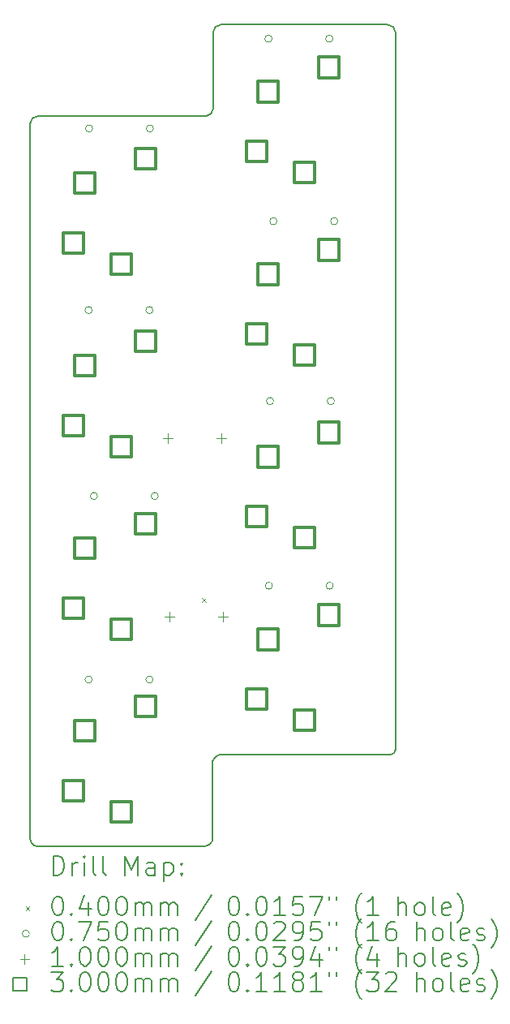
<source format=gbr>
%TF.GenerationSoftware,KiCad,Pcbnew,(7.0.0-0)*%
%TF.CreationDate,2023-02-26T21:11:12+09:00*%
%TF.ProjectId,pangaea-pcb-pinkey-k2-0.5ushift,70616e67-6165-4612-9d70-63622d70696e,rev?*%
%TF.SameCoordinates,Original*%
%TF.FileFunction,Drillmap*%
%TF.FilePolarity,Positive*%
%FSLAX45Y45*%
G04 Gerber Fmt 4.5, Leading zero omitted, Abs format (unit mm)*
G04 Created by KiCad (PCBNEW (7.0.0-0)) date 2023-02-26 21:11:12*
%MOMM*%
%LPD*%
G01*
G04 APERTURE LIST*
%ADD10C,0.150000*%
%ADD11C,0.200000*%
%ADD12C,0.040000*%
%ADD13C,0.075000*%
%ADD14C,0.100000*%
%ADD15C,0.300000*%
G04 APERTURE END LIST*
D10*
X5941003Y-9204816D02*
G75*
G03*
X5992008Y-9150891I-5003J55816D01*
G01*
X2178136Y-10079917D02*
G75*
G03*
X2254065Y-10159122I75454J-3663D01*
G01*
X2258677Y-2540164D02*
G75*
G03*
X2177411Y-2617538I-2011J-79251D01*
G01*
X4155359Y-9204375D02*
X5941003Y-9204816D01*
X4167126Y-1586751D02*
G75*
G03*
X4087751Y-1666126I4J-79379D01*
G01*
X5992008Y-1666967D02*
X5992008Y-9150891D01*
X4014516Y-2541002D02*
G75*
G03*
X4088000Y-2461000I-6796J79992D01*
G01*
X5993748Y-1666908D02*
G75*
G03*
X5912000Y-1587000I-82658J-2792D01*
G01*
X4087751Y-1666126D02*
X4088000Y-2461000D01*
X4004257Y-10160490D02*
G75*
G03*
X4083000Y-10100000I-22027J110170D01*
G01*
X4155359Y-9204373D02*
G75*
G03*
X4083268Y-9269500I26671J-101987D01*
G01*
X4014515Y-2541000D02*
X2258677Y-2540163D01*
X2177411Y-2617538D02*
X2178134Y-10079917D01*
X2254065Y-10159122D02*
X4003935Y-10158878D01*
X5912000Y-1587000D02*
X4167126Y-1586751D01*
X4083000Y-9269500D02*
X4083000Y-10100000D01*
D11*
D12*
X3971760Y-7570110D02*
X4011760Y-7610110D01*
X4011760Y-7570110D02*
X3971760Y-7610110D01*
D13*
X2825000Y-4565000D02*
G75*
G03*
X2825000Y-4565000I-37500J0D01*
G01*
X2825000Y-8420000D02*
G75*
G03*
X2825000Y-8420000I-37500J0D01*
G01*
X2830000Y-2670000D02*
G75*
G03*
X2830000Y-2670000I-37500J0D01*
G01*
X2880000Y-6505000D02*
G75*
G03*
X2880000Y-6505000I-37500J0D01*
G01*
X3460000Y-4565000D02*
G75*
G03*
X3460000Y-4565000I-37500J0D01*
G01*
X3460000Y-8420000D02*
G75*
G03*
X3460000Y-8420000I-37500J0D01*
G01*
X3465000Y-2670000D02*
G75*
G03*
X3465000Y-2670000I-37500J0D01*
G01*
X3515000Y-6505000D02*
G75*
G03*
X3515000Y-6505000I-37500J0D01*
G01*
X4703000Y-1733000D02*
G75*
G03*
X4703000Y-1733000I-37500J0D01*
G01*
X4707500Y-7440000D02*
G75*
G03*
X4707500Y-7440000I-37500J0D01*
G01*
X4720000Y-5514000D02*
G75*
G03*
X4720000Y-5514000I-37500J0D01*
G01*
X4754500Y-3637000D02*
G75*
G03*
X4754500Y-3637000I-37500J0D01*
G01*
X5338000Y-1733000D02*
G75*
G03*
X5338000Y-1733000I-37500J0D01*
G01*
X5342500Y-7440000D02*
G75*
G03*
X5342500Y-7440000I-37500J0D01*
G01*
X5355000Y-5514000D02*
G75*
G03*
X5355000Y-5514000I-37500J0D01*
G01*
X5389500Y-3637000D02*
G75*
G03*
X5389500Y-3637000I-37500J0D01*
G01*
D14*
X3615000Y-5851000D02*
X3615000Y-5951000D01*
X3565000Y-5901000D02*
X3665000Y-5901000D01*
X3629000Y-7714000D02*
X3629000Y-7814000D01*
X3579000Y-7764000D02*
X3679000Y-7764000D01*
X4175000Y-5851000D02*
X4175000Y-5951000D01*
X4125000Y-5901000D02*
X4225000Y-5901000D01*
X4189000Y-7714000D02*
X4189000Y-7814000D01*
X4139000Y-7764000D02*
X4239000Y-7764000D01*
D15*
X2737067Y-3969067D02*
X2737067Y-3756933D01*
X2524933Y-3756933D01*
X2524933Y-3969067D01*
X2737067Y-3969067D01*
X2737067Y-5874067D02*
X2737067Y-5661933D01*
X2524933Y-5661933D01*
X2524933Y-5874067D01*
X2737067Y-5874067D01*
X2737067Y-7779067D02*
X2737067Y-7566933D01*
X2524933Y-7566933D01*
X2524933Y-7779067D01*
X2737067Y-7779067D01*
X2737067Y-9684067D02*
X2737067Y-9471933D01*
X2524933Y-9471933D01*
X2524933Y-9684067D01*
X2737067Y-9684067D01*
X2856067Y-3345067D02*
X2856067Y-3132933D01*
X2643933Y-3132933D01*
X2643933Y-3345067D01*
X2856067Y-3345067D01*
X2856067Y-5250067D02*
X2856067Y-5037933D01*
X2643933Y-5037933D01*
X2643933Y-5250067D01*
X2856067Y-5250067D01*
X2856067Y-7155067D02*
X2856067Y-6942933D01*
X2643933Y-6942933D01*
X2643933Y-7155067D01*
X2856067Y-7155067D01*
X2856067Y-9060067D02*
X2856067Y-8847933D01*
X2643933Y-8847933D01*
X2643933Y-9060067D01*
X2856067Y-9060067D01*
X3237067Y-4189067D02*
X3237067Y-3976933D01*
X3024933Y-3976933D01*
X3024933Y-4189067D01*
X3237067Y-4189067D01*
X3237067Y-6094067D02*
X3237067Y-5881933D01*
X3024933Y-5881933D01*
X3024933Y-6094067D01*
X3237067Y-6094067D01*
X3237067Y-7999067D02*
X3237067Y-7786933D01*
X3024933Y-7786933D01*
X3024933Y-7999067D01*
X3237067Y-7999067D01*
X3237067Y-9904067D02*
X3237067Y-9691933D01*
X3024933Y-9691933D01*
X3024933Y-9904067D01*
X3237067Y-9904067D01*
X3491067Y-3091067D02*
X3491067Y-2878933D01*
X3278933Y-2878933D01*
X3278933Y-3091067D01*
X3491067Y-3091067D01*
X3491067Y-4996067D02*
X3491067Y-4783933D01*
X3278933Y-4783933D01*
X3278933Y-4996067D01*
X3491067Y-4996067D01*
X3491067Y-6901067D02*
X3491067Y-6688933D01*
X3278933Y-6688933D01*
X3278933Y-6901067D01*
X3491067Y-6901067D01*
X3491067Y-8806067D02*
X3491067Y-8593933D01*
X3278933Y-8593933D01*
X3278933Y-8806067D01*
X3491067Y-8806067D01*
X4646067Y-3016067D02*
X4646067Y-2803933D01*
X4433933Y-2803933D01*
X4433933Y-3016067D01*
X4646067Y-3016067D01*
X4646067Y-4921067D02*
X4646067Y-4708933D01*
X4433933Y-4708933D01*
X4433933Y-4921067D01*
X4646067Y-4921067D01*
X4646067Y-6826067D02*
X4646067Y-6613933D01*
X4433933Y-6613933D01*
X4433933Y-6826067D01*
X4646067Y-6826067D01*
X4646067Y-8731067D02*
X4646067Y-8518933D01*
X4433933Y-8518933D01*
X4433933Y-8731067D01*
X4646067Y-8731067D01*
X4765067Y-2392067D02*
X4765067Y-2179933D01*
X4552933Y-2179933D01*
X4552933Y-2392067D01*
X4765067Y-2392067D01*
X4765067Y-4297067D02*
X4765067Y-4084933D01*
X4552933Y-4084933D01*
X4552933Y-4297067D01*
X4765067Y-4297067D01*
X4765067Y-6202067D02*
X4765067Y-5989933D01*
X4552933Y-5989933D01*
X4552933Y-6202067D01*
X4765067Y-6202067D01*
X4765067Y-8107067D02*
X4765067Y-7894933D01*
X4552933Y-7894933D01*
X4552933Y-8107067D01*
X4765067Y-8107067D01*
X5146067Y-3236067D02*
X5146067Y-3023933D01*
X4933933Y-3023933D01*
X4933933Y-3236067D01*
X5146067Y-3236067D01*
X5146067Y-5141067D02*
X5146067Y-4928933D01*
X4933933Y-4928933D01*
X4933933Y-5141067D01*
X5146067Y-5141067D01*
X5146067Y-7046067D02*
X5146067Y-6833933D01*
X4933933Y-6833933D01*
X4933933Y-7046067D01*
X5146067Y-7046067D01*
X5146067Y-8951067D02*
X5146067Y-8738933D01*
X4933933Y-8738933D01*
X4933933Y-8951067D01*
X5146067Y-8951067D01*
X5400067Y-2138067D02*
X5400067Y-1925933D01*
X5187933Y-1925933D01*
X5187933Y-2138067D01*
X5400067Y-2138067D01*
X5400067Y-4043067D02*
X5400067Y-3830933D01*
X5187933Y-3830933D01*
X5187933Y-4043067D01*
X5400067Y-4043067D01*
X5400067Y-5948067D02*
X5400067Y-5735933D01*
X5187933Y-5735933D01*
X5187933Y-5948067D01*
X5400067Y-5948067D01*
X5400067Y-7853067D02*
X5400067Y-7640933D01*
X5187933Y-7640933D01*
X5187933Y-7853067D01*
X5400067Y-7853067D01*
D11*
X2417530Y-10461466D02*
X2417530Y-10261466D01*
X2417530Y-10261466D02*
X2465149Y-10261466D01*
X2465149Y-10261466D02*
X2493721Y-10270990D01*
X2493721Y-10270990D02*
X2512768Y-10290038D01*
X2512768Y-10290038D02*
X2522292Y-10309085D01*
X2522292Y-10309085D02*
X2531816Y-10347180D01*
X2531816Y-10347180D02*
X2531816Y-10375752D01*
X2531816Y-10375752D02*
X2522292Y-10413847D01*
X2522292Y-10413847D02*
X2512768Y-10432895D01*
X2512768Y-10432895D02*
X2493721Y-10451942D01*
X2493721Y-10451942D02*
X2465149Y-10461466D01*
X2465149Y-10461466D02*
X2417530Y-10461466D01*
X2617530Y-10461466D02*
X2617530Y-10328133D01*
X2617530Y-10366228D02*
X2627054Y-10347180D01*
X2627054Y-10347180D02*
X2636578Y-10337657D01*
X2636578Y-10337657D02*
X2655626Y-10328133D01*
X2655626Y-10328133D02*
X2674673Y-10328133D01*
X2741340Y-10461466D02*
X2741340Y-10328133D01*
X2741340Y-10261466D02*
X2731816Y-10270990D01*
X2731816Y-10270990D02*
X2741340Y-10280514D01*
X2741340Y-10280514D02*
X2750864Y-10270990D01*
X2750864Y-10270990D02*
X2741340Y-10261466D01*
X2741340Y-10261466D02*
X2741340Y-10280514D01*
X2865149Y-10461466D02*
X2846102Y-10451942D01*
X2846102Y-10451942D02*
X2836578Y-10432895D01*
X2836578Y-10432895D02*
X2836578Y-10261466D01*
X2969911Y-10461466D02*
X2950864Y-10451942D01*
X2950864Y-10451942D02*
X2941340Y-10432895D01*
X2941340Y-10432895D02*
X2941340Y-10261466D01*
X3166102Y-10461466D02*
X3166102Y-10261466D01*
X3166102Y-10261466D02*
X3232768Y-10404323D01*
X3232768Y-10404323D02*
X3299435Y-10261466D01*
X3299435Y-10261466D02*
X3299435Y-10461466D01*
X3480387Y-10461466D02*
X3480387Y-10356704D01*
X3480387Y-10356704D02*
X3470864Y-10337657D01*
X3470864Y-10337657D02*
X3451816Y-10328133D01*
X3451816Y-10328133D02*
X3413721Y-10328133D01*
X3413721Y-10328133D02*
X3394673Y-10337657D01*
X3480387Y-10451942D02*
X3461340Y-10461466D01*
X3461340Y-10461466D02*
X3413721Y-10461466D01*
X3413721Y-10461466D02*
X3394673Y-10451942D01*
X3394673Y-10451942D02*
X3385149Y-10432895D01*
X3385149Y-10432895D02*
X3385149Y-10413847D01*
X3385149Y-10413847D02*
X3394673Y-10394800D01*
X3394673Y-10394800D02*
X3413721Y-10385276D01*
X3413721Y-10385276D02*
X3461340Y-10385276D01*
X3461340Y-10385276D02*
X3480387Y-10375752D01*
X3575625Y-10328133D02*
X3575625Y-10528133D01*
X3575625Y-10337657D02*
X3594673Y-10328133D01*
X3594673Y-10328133D02*
X3632768Y-10328133D01*
X3632768Y-10328133D02*
X3651816Y-10337657D01*
X3651816Y-10337657D02*
X3661340Y-10347180D01*
X3661340Y-10347180D02*
X3670864Y-10366228D01*
X3670864Y-10366228D02*
X3670864Y-10423371D01*
X3670864Y-10423371D02*
X3661340Y-10442419D01*
X3661340Y-10442419D02*
X3651816Y-10451942D01*
X3651816Y-10451942D02*
X3632768Y-10461466D01*
X3632768Y-10461466D02*
X3594673Y-10461466D01*
X3594673Y-10461466D02*
X3575625Y-10451942D01*
X3756578Y-10442419D02*
X3766102Y-10451942D01*
X3766102Y-10451942D02*
X3756578Y-10461466D01*
X3756578Y-10461466D02*
X3747054Y-10451942D01*
X3747054Y-10451942D02*
X3756578Y-10442419D01*
X3756578Y-10442419D02*
X3756578Y-10461466D01*
X3756578Y-10337657D02*
X3766102Y-10347180D01*
X3766102Y-10347180D02*
X3756578Y-10356704D01*
X3756578Y-10356704D02*
X3747054Y-10347180D01*
X3747054Y-10347180D02*
X3756578Y-10337657D01*
X3756578Y-10337657D02*
X3756578Y-10356704D01*
D12*
X2129911Y-10787990D02*
X2169911Y-10827990D01*
X2169911Y-10787990D02*
X2129911Y-10827990D01*
D11*
X2455626Y-10681466D02*
X2474673Y-10681466D01*
X2474673Y-10681466D02*
X2493721Y-10690990D01*
X2493721Y-10690990D02*
X2503245Y-10700514D01*
X2503245Y-10700514D02*
X2512768Y-10719561D01*
X2512768Y-10719561D02*
X2522292Y-10757657D01*
X2522292Y-10757657D02*
X2522292Y-10805276D01*
X2522292Y-10805276D02*
X2512768Y-10843371D01*
X2512768Y-10843371D02*
X2503245Y-10862419D01*
X2503245Y-10862419D02*
X2493721Y-10871942D01*
X2493721Y-10871942D02*
X2474673Y-10881466D01*
X2474673Y-10881466D02*
X2455626Y-10881466D01*
X2455626Y-10881466D02*
X2436578Y-10871942D01*
X2436578Y-10871942D02*
X2427054Y-10862419D01*
X2427054Y-10862419D02*
X2417530Y-10843371D01*
X2417530Y-10843371D02*
X2408007Y-10805276D01*
X2408007Y-10805276D02*
X2408007Y-10757657D01*
X2408007Y-10757657D02*
X2417530Y-10719561D01*
X2417530Y-10719561D02*
X2427054Y-10700514D01*
X2427054Y-10700514D02*
X2436578Y-10690990D01*
X2436578Y-10690990D02*
X2455626Y-10681466D01*
X2608007Y-10862419D02*
X2617530Y-10871942D01*
X2617530Y-10871942D02*
X2608007Y-10881466D01*
X2608007Y-10881466D02*
X2598483Y-10871942D01*
X2598483Y-10871942D02*
X2608007Y-10862419D01*
X2608007Y-10862419D02*
X2608007Y-10881466D01*
X2788959Y-10748133D02*
X2788959Y-10881466D01*
X2741340Y-10671942D02*
X2693721Y-10814800D01*
X2693721Y-10814800D02*
X2817530Y-10814800D01*
X2931816Y-10681466D02*
X2950864Y-10681466D01*
X2950864Y-10681466D02*
X2969911Y-10690990D01*
X2969911Y-10690990D02*
X2979435Y-10700514D01*
X2979435Y-10700514D02*
X2988959Y-10719561D01*
X2988959Y-10719561D02*
X2998483Y-10757657D01*
X2998483Y-10757657D02*
X2998483Y-10805276D01*
X2998483Y-10805276D02*
X2988959Y-10843371D01*
X2988959Y-10843371D02*
X2979435Y-10862419D01*
X2979435Y-10862419D02*
X2969911Y-10871942D01*
X2969911Y-10871942D02*
X2950864Y-10881466D01*
X2950864Y-10881466D02*
X2931816Y-10881466D01*
X2931816Y-10881466D02*
X2912768Y-10871942D01*
X2912768Y-10871942D02*
X2903245Y-10862419D01*
X2903245Y-10862419D02*
X2893721Y-10843371D01*
X2893721Y-10843371D02*
X2884197Y-10805276D01*
X2884197Y-10805276D02*
X2884197Y-10757657D01*
X2884197Y-10757657D02*
X2893721Y-10719561D01*
X2893721Y-10719561D02*
X2903245Y-10700514D01*
X2903245Y-10700514D02*
X2912768Y-10690990D01*
X2912768Y-10690990D02*
X2931816Y-10681466D01*
X3122292Y-10681466D02*
X3141340Y-10681466D01*
X3141340Y-10681466D02*
X3160387Y-10690990D01*
X3160387Y-10690990D02*
X3169911Y-10700514D01*
X3169911Y-10700514D02*
X3179435Y-10719561D01*
X3179435Y-10719561D02*
X3188959Y-10757657D01*
X3188959Y-10757657D02*
X3188959Y-10805276D01*
X3188959Y-10805276D02*
X3179435Y-10843371D01*
X3179435Y-10843371D02*
X3169911Y-10862419D01*
X3169911Y-10862419D02*
X3160387Y-10871942D01*
X3160387Y-10871942D02*
X3141340Y-10881466D01*
X3141340Y-10881466D02*
X3122292Y-10881466D01*
X3122292Y-10881466D02*
X3103245Y-10871942D01*
X3103245Y-10871942D02*
X3093721Y-10862419D01*
X3093721Y-10862419D02*
X3084197Y-10843371D01*
X3084197Y-10843371D02*
X3074673Y-10805276D01*
X3074673Y-10805276D02*
X3074673Y-10757657D01*
X3074673Y-10757657D02*
X3084197Y-10719561D01*
X3084197Y-10719561D02*
X3093721Y-10700514D01*
X3093721Y-10700514D02*
X3103245Y-10690990D01*
X3103245Y-10690990D02*
X3122292Y-10681466D01*
X3274673Y-10881466D02*
X3274673Y-10748133D01*
X3274673Y-10767180D02*
X3284197Y-10757657D01*
X3284197Y-10757657D02*
X3303245Y-10748133D01*
X3303245Y-10748133D02*
X3331816Y-10748133D01*
X3331816Y-10748133D02*
X3350864Y-10757657D01*
X3350864Y-10757657D02*
X3360387Y-10776704D01*
X3360387Y-10776704D02*
X3360387Y-10881466D01*
X3360387Y-10776704D02*
X3369911Y-10757657D01*
X3369911Y-10757657D02*
X3388959Y-10748133D01*
X3388959Y-10748133D02*
X3417530Y-10748133D01*
X3417530Y-10748133D02*
X3436578Y-10757657D01*
X3436578Y-10757657D02*
X3446102Y-10776704D01*
X3446102Y-10776704D02*
X3446102Y-10881466D01*
X3541340Y-10881466D02*
X3541340Y-10748133D01*
X3541340Y-10767180D02*
X3550864Y-10757657D01*
X3550864Y-10757657D02*
X3569911Y-10748133D01*
X3569911Y-10748133D02*
X3598483Y-10748133D01*
X3598483Y-10748133D02*
X3617530Y-10757657D01*
X3617530Y-10757657D02*
X3627054Y-10776704D01*
X3627054Y-10776704D02*
X3627054Y-10881466D01*
X3627054Y-10776704D02*
X3636578Y-10757657D01*
X3636578Y-10757657D02*
X3655626Y-10748133D01*
X3655626Y-10748133D02*
X3684197Y-10748133D01*
X3684197Y-10748133D02*
X3703245Y-10757657D01*
X3703245Y-10757657D02*
X3712768Y-10776704D01*
X3712768Y-10776704D02*
X3712768Y-10881466D01*
X4070864Y-10671942D02*
X3899435Y-10929085D01*
X4295626Y-10681466D02*
X4314673Y-10681466D01*
X4314673Y-10681466D02*
X4333721Y-10690990D01*
X4333721Y-10690990D02*
X4343245Y-10700514D01*
X4343245Y-10700514D02*
X4352769Y-10719561D01*
X4352769Y-10719561D02*
X4362292Y-10757657D01*
X4362292Y-10757657D02*
X4362292Y-10805276D01*
X4362292Y-10805276D02*
X4352769Y-10843371D01*
X4352769Y-10843371D02*
X4343245Y-10862419D01*
X4343245Y-10862419D02*
X4333721Y-10871942D01*
X4333721Y-10871942D02*
X4314673Y-10881466D01*
X4314673Y-10881466D02*
X4295626Y-10881466D01*
X4295626Y-10881466D02*
X4276578Y-10871942D01*
X4276578Y-10871942D02*
X4267054Y-10862419D01*
X4267054Y-10862419D02*
X4257530Y-10843371D01*
X4257530Y-10843371D02*
X4248007Y-10805276D01*
X4248007Y-10805276D02*
X4248007Y-10757657D01*
X4248007Y-10757657D02*
X4257530Y-10719561D01*
X4257530Y-10719561D02*
X4267054Y-10700514D01*
X4267054Y-10700514D02*
X4276578Y-10690990D01*
X4276578Y-10690990D02*
X4295626Y-10681466D01*
X4448007Y-10862419D02*
X4457530Y-10871942D01*
X4457530Y-10871942D02*
X4448007Y-10881466D01*
X4448007Y-10881466D02*
X4438483Y-10871942D01*
X4438483Y-10871942D02*
X4448007Y-10862419D01*
X4448007Y-10862419D02*
X4448007Y-10881466D01*
X4581340Y-10681466D02*
X4600388Y-10681466D01*
X4600388Y-10681466D02*
X4619435Y-10690990D01*
X4619435Y-10690990D02*
X4628959Y-10700514D01*
X4628959Y-10700514D02*
X4638483Y-10719561D01*
X4638483Y-10719561D02*
X4648007Y-10757657D01*
X4648007Y-10757657D02*
X4648007Y-10805276D01*
X4648007Y-10805276D02*
X4638483Y-10843371D01*
X4638483Y-10843371D02*
X4628959Y-10862419D01*
X4628959Y-10862419D02*
X4619435Y-10871942D01*
X4619435Y-10871942D02*
X4600388Y-10881466D01*
X4600388Y-10881466D02*
X4581340Y-10881466D01*
X4581340Y-10881466D02*
X4562292Y-10871942D01*
X4562292Y-10871942D02*
X4552769Y-10862419D01*
X4552769Y-10862419D02*
X4543245Y-10843371D01*
X4543245Y-10843371D02*
X4533721Y-10805276D01*
X4533721Y-10805276D02*
X4533721Y-10757657D01*
X4533721Y-10757657D02*
X4543245Y-10719561D01*
X4543245Y-10719561D02*
X4552769Y-10700514D01*
X4552769Y-10700514D02*
X4562292Y-10690990D01*
X4562292Y-10690990D02*
X4581340Y-10681466D01*
X4838483Y-10881466D02*
X4724197Y-10881466D01*
X4781340Y-10881466D02*
X4781340Y-10681466D01*
X4781340Y-10681466D02*
X4762292Y-10710038D01*
X4762292Y-10710038D02*
X4743245Y-10729085D01*
X4743245Y-10729085D02*
X4724197Y-10738609D01*
X5019435Y-10681466D02*
X4924197Y-10681466D01*
X4924197Y-10681466D02*
X4914673Y-10776704D01*
X4914673Y-10776704D02*
X4924197Y-10767180D01*
X4924197Y-10767180D02*
X4943245Y-10757657D01*
X4943245Y-10757657D02*
X4990864Y-10757657D01*
X4990864Y-10757657D02*
X5009911Y-10767180D01*
X5009911Y-10767180D02*
X5019435Y-10776704D01*
X5019435Y-10776704D02*
X5028959Y-10795752D01*
X5028959Y-10795752D02*
X5028959Y-10843371D01*
X5028959Y-10843371D02*
X5019435Y-10862419D01*
X5019435Y-10862419D02*
X5009911Y-10871942D01*
X5009911Y-10871942D02*
X4990864Y-10881466D01*
X4990864Y-10881466D02*
X4943245Y-10881466D01*
X4943245Y-10881466D02*
X4924197Y-10871942D01*
X4924197Y-10871942D02*
X4914673Y-10862419D01*
X5095626Y-10681466D02*
X5228959Y-10681466D01*
X5228959Y-10681466D02*
X5143245Y-10881466D01*
X5295626Y-10681466D02*
X5295626Y-10719561D01*
X5371816Y-10681466D02*
X5371816Y-10719561D01*
X5634673Y-10957657D02*
X5625149Y-10948133D01*
X5625149Y-10948133D02*
X5606102Y-10919561D01*
X5606102Y-10919561D02*
X5596578Y-10900514D01*
X5596578Y-10900514D02*
X5587054Y-10871942D01*
X5587054Y-10871942D02*
X5577531Y-10824323D01*
X5577531Y-10824323D02*
X5577531Y-10786228D01*
X5577531Y-10786228D02*
X5587054Y-10738609D01*
X5587054Y-10738609D02*
X5596578Y-10710038D01*
X5596578Y-10710038D02*
X5606102Y-10690990D01*
X5606102Y-10690990D02*
X5625149Y-10662419D01*
X5625149Y-10662419D02*
X5634673Y-10652895D01*
X5815626Y-10881466D02*
X5701340Y-10881466D01*
X5758483Y-10881466D02*
X5758483Y-10681466D01*
X5758483Y-10681466D02*
X5739435Y-10710038D01*
X5739435Y-10710038D02*
X5720388Y-10729085D01*
X5720388Y-10729085D02*
X5701340Y-10738609D01*
X6021340Y-10881466D02*
X6021340Y-10681466D01*
X6107054Y-10881466D02*
X6107054Y-10776704D01*
X6107054Y-10776704D02*
X6097530Y-10757657D01*
X6097530Y-10757657D02*
X6078483Y-10748133D01*
X6078483Y-10748133D02*
X6049911Y-10748133D01*
X6049911Y-10748133D02*
X6030864Y-10757657D01*
X6030864Y-10757657D02*
X6021340Y-10767180D01*
X6230864Y-10881466D02*
X6211816Y-10871942D01*
X6211816Y-10871942D02*
X6202292Y-10862419D01*
X6202292Y-10862419D02*
X6192769Y-10843371D01*
X6192769Y-10843371D02*
X6192769Y-10786228D01*
X6192769Y-10786228D02*
X6202292Y-10767180D01*
X6202292Y-10767180D02*
X6211816Y-10757657D01*
X6211816Y-10757657D02*
X6230864Y-10748133D01*
X6230864Y-10748133D02*
X6259435Y-10748133D01*
X6259435Y-10748133D02*
X6278483Y-10757657D01*
X6278483Y-10757657D02*
X6288007Y-10767180D01*
X6288007Y-10767180D02*
X6297530Y-10786228D01*
X6297530Y-10786228D02*
X6297530Y-10843371D01*
X6297530Y-10843371D02*
X6288007Y-10862419D01*
X6288007Y-10862419D02*
X6278483Y-10871942D01*
X6278483Y-10871942D02*
X6259435Y-10881466D01*
X6259435Y-10881466D02*
X6230864Y-10881466D01*
X6411816Y-10881466D02*
X6392769Y-10871942D01*
X6392769Y-10871942D02*
X6383245Y-10852895D01*
X6383245Y-10852895D02*
X6383245Y-10681466D01*
X6564197Y-10871942D02*
X6545150Y-10881466D01*
X6545150Y-10881466D02*
X6507054Y-10881466D01*
X6507054Y-10881466D02*
X6488007Y-10871942D01*
X6488007Y-10871942D02*
X6478483Y-10852895D01*
X6478483Y-10852895D02*
X6478483Y-10776704D01*
X6478483Y-10776704D02*
X6488007Y-10757657D01*
X6488007Y-10757657D02*
X6507054Y-10748133D01*
X6507054Y-10748133D02*
X6545150Y-10748133D01*
X6545150Y-10748133D02*
X6564197Y-10757657D01*
X6564197Y-10757657D02*
X6573721Y-10776704D01*
X6573721Y-10776704D02*
X6573721Y-10795752D01*
X6573721Y-10795752D02*
X6478483Y-10814800D01*
X6640388Y-10957657D02*
X6649911Y-10948133D01*
X6649911Y-10948133D02*
X6668959Y-10919561D01*
X6668959Y-10919561D02*
X6678483Y-10900514D01*
X6678483Y-10900514D02*
X6688007Y-10871942D01*
X6688007Y-10871942D02*
X6697530Y-10824323D01*
X6697530Y-10824323D02*
X6697530Y-10786228D01*
X6697530Y-10786228D02*
X6688007Y-10738609D01*
X6688007Y-10738609D02*
X6678483Y-10710038D01*
X6678483Y-10710038D02*
X6668959Y-10690990D01*
X6668959Y-10690990D02*
X6649911Y-10662419D01*
X6649911Y-10662419D02*
X6640388Y-10652895D01*
D13*
X2169911Y-11071990D02*
G75*
G03*
X2169911Y-11071990I-37500J0D01*
G01*
D11*
X2455626Y-10945466D02*
X2474673Y-10945466D01*
X2474673Y-10945466D02*
X2493721Y-10954990D01*
X2493721Y-10954990D02*
X2503245Y-10964514D01*
X2503245Y-10964514D02*
X2512768Y-10983561D01*
X2512768Y-10983561D02*
X2522292Y-11021657D01*
X2522292Y-11021657D02*
X2522292Y-11069276D01*
X2522292Y-11069276D02*
X2512768Y-11107371D01*
X2512768Y-11107371D02*
X2503245Y-11126419D01*
X2503245Y-11126419D02*
X2493721Y-11135942D01*
X2493721Y-11135942D02*
X2474673Y-11145466D01*
X2474673Y-11145466D02*
X2455626Y-11145466D01*
X2455626Y-11145466D02*
X2436578Y-11135942D01*
X2436578Y-11135942D02*
X2427054Y-11126419D01*
X2427054Y-11126419D02*
X2417530Y-11107371D01*
X2417530Y-11107371D02*
X2408007Y-11069276D01*
X2408007Y-11069276D02*
X2408007Y-11021657D01*
X2408007Y-11021657D02*
X2417530Y-10983561D01*
X2417530Y-10983561D02*
X2427054Y-10964514D01*
X2427054Y-10964514D02*
X2436578Y-10954990D01*
X2436578Y-10954990D02*
X2455626Y-10945466D01*
X2608007Y-11126419D02*
X2617530Y-11135942D01*
X2617530Y-11135942D02*
X2608007Y-11145466D01*
X2608007Y-11145466D02*
X2598483Y-11135942D01*
X2598483Y-11135942D02*
X2608007Y-11126419D01*
X2608007Y-11126419D02*
X2608007Y-11145466D01*
X2684197Y-10945466D02*
X2817530Y-10945466D01*
X2817530Y-10945466D02*
X2731816Y-11145466D01*
X2988959Y-10945466D02*
X2893721Y-10945466D01*
X2893721Y-10945466D02*
X2884197Y-11040704D01*
X2884197Y-11040704D02*
X2893721Y-11031180D01*
X2893721Y-11031180D02*
X2912768Y-11021657D01*
X2912768Y-11021657D02*
X2960387Y-11021657D01*
X2960387Y-11021657D02*
X2979435Y-11031180D01*
X2979435Y-11031180D02*
X2988959Y-11040704D01*
X2988959Y-11040704D02*
X2998483Y-11059752D01*
X2998483Y-11059752D02*
X2998483Y-11107371D01*
X2998483Y-11107371D02*
X2988959Y-11126419D01*
X2988959Y-11126419D02*
X2979435Y-11135942D01*
X2979435Y-11135942D02*
X2960387Y-11145466D01*
X2960387Y-11145466D02*
X2912768Y-11145466D01*
X2912768Y-11145466D02*
X2893721Y-11135942D01*
X2893721Y-11135942D02*
X2884197Y-11126419D01*
X3122292Y-10945466D02*
X3141340Y-10945466D01*
X3141340Y-10945466D02*
X3160387Y-10954990D01*
X3160387Y-10954990D02*
X3169911Y-10964514D01*
X3169911Y-10964514D02*
X3179435Y-10983561D01*
X3179435Y-10983561D02*
X3188959Y-11021657D01*
X3188959Y-11021657D02*
X3188959Y-11069276D01*
X3188959Y-11069276D02*
X3179435Y-11107371D01*
X3179435Y-11107371D02*
X3169911Y-11126419D01*
X3169911Y-11126419D02*
X3160387Y-11135942D01*
X3160387Y-11135942D02*
X3141340Y-11145466D01*
X3141340Y-11145466D02*
X3122292Y-11145466D01*
X3122292Y-11145466D02*
X3103245Y-11135942D01*
X3103245Y-11135942D02*
X3093721Y-11126419D01*
X3093721Y-11126419D02*
X3084197Y-11107371D01*
X3084197Y-11107371D02*
X3074673Y-11069276D01*
X3074673Y-11069276D02*
X3074673Y-11021657D01*
X3074673Y-11021657D02*
X3084197Y-10983561D01*
X3084197Y-10983561D02*
X3093721Y-10964514D01*
X3093721Y-10964514D02*
X3103245Y-10954990D01*
X3103245Y-10954990D02*
X3122292Y-10945466D01*
X3274673Y-11145466D02*
X3274673Y-11012133D01*
X3274673Y-11031180D02*
X3284197Y-11021657D01*
X3284197Y-11021657D02*
X3303245Y-11012133D01*
X3303245Y-11012133D02*
X3331816Y-11012133D01*
X3331816Y-11012133D02*
X3350864Y-11021657D01*
X3350864Y-11021657D02*
X3360387Y-11040704D01*
X3360387Y-11040704D02*
X3360387Y-11145466D01*
X3360387Y-11040704D02*
X3369911Y-11021657D01*
X3369911Y-11021657D02*
X3388959Y-11012133D01*
X3388959Y-11012133D02*
X3417530Y-11012133D01*
X3417530Y-11012133D02*
X3436578Y-11021657D01*
X3436578Y-11021657D02*
X3446102Y-11040704D01*
X3446102Y-11040704D02*
X3446102Y-11145466D01*
X3541340Y-11145466D02*
X3541340Y-11012133D01*
X3541340Y-11031180D02*
X3550864Y-11021657D01*
X3550864Y-11021657D02*
X3569911Y-11012133D01*
X3569911Y-11012133D02*
X3598483Y-11012133D01*
X3598483Y-11012133D02*
X3617530Y-11021657D01*
X3617530Y-11021657D02*
X3627054Y-11040704D01*
X3627054Y-11040704D02*
X3627054Y-11145466D01*
X3627054Y-11040704D02*
X3636578Y-11021657D01*
X3636578Y-11021657D02*
X3655626Y-11012133D01*
X3655626Y-11012133D02*
X3684197Y-11012133D01*
X3684197Y-11012133D02*
X3703245Y-11021657D01*
X3703245Y-11021657D02*
X3712768Y-11040704D01*
X3712768Y-11040704D02*
X3712768Y-11145466D01*
X4070864Y-10935942D02*
X3899435Y-11193085D01*
X4295626Y-10945466D02*
X4314673Y-10945466D01*
X4314673Y-10945466D02*
X4333721Y-10954990D01*
X4333721Y-10954990D02*
X4343245Y-10964514D01*
X4343245Y-10964514D02*
X4352769Y-10983561D01*
X4352769Y-10983561D02*
X4362292Y-11021657D01*
X4362292Y-11021657D02*
X4362292Y-11069276D01*
X4362292Y-11069276D02*
X4352769Y-11107371D01*
X4352769Y-11107371D02*
X4343245Y-11126419D01*
X4343245Y-11126419D02*
X4333721Y-11135942D01*
X4333721Y-11135942D02*
X4314673Y-11145466D01*
X4314673Y-11145466D02*
X4295626Y-11145466D01*
X4295626Y-11145466D02*
X4276578Y-11135942D01*
X4276578Y-11135942D02*
X4267054Y-11126419D01*
X4267054Y-11126419D02*
X4257530Y-11107371D01*
X4257530Y-11107371D02*
X4248007Y-11069276D01*
X4248007Y-11069276D02*
X4248007Y-11021657D01*
X4248007Y-11021657D02*
X4257530Y-10983561D01*
X4257530Y-10983561D02*
X4267054Y-10964514D01*
X4267054Y-10964514D02*
X4276578Y-10954990D01*
X4276578Y-10954990D02*
X4295626Y-10945466D01*
X4448007Y-11126419D02*
X4457530Y-11135942D01*
X4457530Y-11135942D02*
X4448007Y-11145466D01*
X4448007Y-11145466D02*
X4438483Y-11135942D01*
X4438483Y-11135942D02*
X4448007Y-11126419D01*
X4448007Y-11126419D02*
X4448007Y-11145466D01*
X4581340Y-10945466D02*
X4600388Y-10945466D01*
X4600388Y-10945466D02*
X4619435Y-10954990D01*
X4619435Y-10954990D02*
X4628959Y-10964514D01*
X4628959Y-10964514D02*
X4638483Y-10983561D01*
X4638483Y-10983561D02*
X4648007Y-11021657D01*
X4648007Y-11021657D02*
X4648007Y-11069276D01*
X4648007Y-11069276D02*
X4638483Y-11107371D01*
X4638483Y-11107371D02*
X4628959Y-11126419D01*
X4628959Y-11126419D02*
X4619435Y-11135942D01*
X4619435Y-11135942D02*
X4600388Y-11145466D01*
X4600388Y-11145466D02*
X4581340Y-11145466D01*
X4581340Y-11145466D02*
X4562292Y-11135942D01*
X4562292Y-11135942D02*
X4552769Y-11126419D01*
X4552769Y-11126419D02*
X4543245Y-11107371D01*
X4543245Y-11107371D02*
X4533721Y-11069276D01*
X4533721Y-11069276D02*
X4533721Y-11021657D01*
X4533721Y-11021657D02*
X4543245Y-10983561D01*
X4543245Y-10983561D02*
X4552769Y-10964514D01*
X4552769Y-10964514D02*
X4562292Y-10954990D01*
X4562292Y-10954990D02*
X4581340Y-10945466D01*
X4724197Y-10964514D02*
X4733721Y-10954990D01*
X4733721Y-10954990D02*
X4752769Y-10945466D01*
X4752769Y-10945466D02*
X4800388Y-10945466D01*
X4800388Y-10945466D02*
X4819435Y-10954990D01*
X4819435Y-10954990D02*
X4828959Y-10964514D01*
X4828959Y-10964514D02*
X4838483Y-10983561D01*
X4838483Y-10983561D02*
X4838483Y-11002609D01*
X4838483Y-11002609D02*
X4828959Y-11031180D01*
X4828959Y-11031180D02*
X4714673Y-11145466D01*
X4714673Y-11145466D02*
X4838483Y-11145466D01*
X4933721Y-11145466D02*
X4971816Y-11145466D01*
X4971816Y-11145466D02*
X4990864Y-11135942D01*
X4990864Y-11135942D02*
X5000388Y-11126419D01*
X5000388Y-11126419D02*
X5019435Y-11097847D01*
X5019435Y-11097847D02*
X5028959Y-11059752D01*
X5028959Y-11059752D02*
X5028959Y-10983561D01*
X5028959Y-10983561D02*
X5019435Y-10964514D01*
X5019435Y-10964514D02*
X5009911Y-10954990D01*
X5009911Y-10954990D02*
X4990864Y-10945466D01*
X4990864Y-10945466D02*
X4952769Y-10945466D01*
X4952769Y-10945466D02*
X4933721Y-10954990D01*
X4933721Y-10954990D02*
X4924197Y-10964514D01*
X4924197Y-10964514D02*
X4914673Y-10983561D01*
X4914673Y-10983561D02*
X4914673Y-11031180D01*
X4914673Y-11031180D02*
X4924197Y-11050228D01*
X4924197Y-11050228D02*
X4933721Y-11059752D01*
X4933721Y-11059752D02*
X4952769Y-11069276D01*
X4952769Y-11069276D02*
X4990864Y-11069276D01*
X4990864Y-11069276D02*
X5009911Y-11059752D01*
X5009911Y-11059752D02*
X5019435Y-11050228D01*
X5019435Y-11050228D02*
X5028959Y-11031180D01*
X5209911Y-10945466D02*
X5114673Y-10945466D01*
X5114673Y-10945466D02*
X5105150Y-11040704D01*
X5105150Y-11040704D02*
X5114673Y-11031180D01*
X5114673Y-11031180D02*
X5133721Y-11021657D01*
X5133721Y-11021657D02*
X5181340Y-11021657D01*
X5181340Y-11021657D02*
X5200388Y-11031180D01*
X5200388Y-11031180D02*
X5209911Y-11040704D01*
X5209911Y-11040704D02*
X5219435Y-11059752D01*
X5219435Y-11059752D02*
X5219435Y-11107371D01*
X5219435Y-11107371D02*
X5209911Y-11126419D01*
X5209911Y-11126419D02*
X5200388Y-11135942D01*
X5200388Y-11135942D02*
X5181340Y-11145466D01*
X5181340Y-11145466D02*
X5133721Y-11145466D01*
X5133721Y-11145466D02*
X5114673Y-11135942D01*
X5114673Y-11135942D02*
X5105150Y-11126419D01*
X5295626Y-10945466D02*
X5295626Y-10983561D01*
X5371816Y-10945466D02*
X5371816Y-10983561D01*
X5634673Y-11221657D02*
X5625149Y-11212133D01*
X5625149Y-11212133D02*
X5606102Y-11183561D01*
X5606102Y-11183561D02*
X5596578Y-11164514D01*
X5596578Y-11164514D02*
X5587054Y-11135942D01*
X5587054Y-11135942D02*
X5577531Y-11088323D01*
X5577531Y-11088323D02*
X5577531Y-11050228D01*
X5577531Y-11050228D02*
X5587054Y-11002609D01*
X5587054Y-11002609D02*
X5596578Y-10974038D01*
X5596578Y-10974038D02*
X5606102Y-10954990D01*
X5606102Y-10954990D02*
X5625149Y-10926419D01*
X5625149Y-10926419D02*
X5634673Y-10916895D01*
X5815626Y-11145466D02*
X5701340Y-11145466D01*
X5758483Y-11145466D02*
X5758483Y-10945466D01*
X5758483Y-10945466D02*
X5739435Y-10974038D01*
X5739435Y-10974038D02*
X5720388Y-10993085D01*
X5720388Y-10993085D02*
X5701340Y-11002609D01*
X5987054Y-10945466D02*
X5948959Y-10945466D01*
X5948959Y-10945466D02*
X5929911Y-10954990D01*
X5929911Y-10954990D02*
X5920388Y-10964514D01*
X5920388Y-10964514D02*
X5901340Y-10993085D01*
X5901340Y-10993085D02*
X5891816Y-11031180D01*
X5891816Y-11031180D02*
X5891816Y-11107371D01*
X5891816Y-11107371D02*
X5901340Y-11126419D01*
X5901340Y-11126419D02*
X5910864Y-11135942D01*
X5910864Y-11135942D02*
X5929911Y-11145466D01*
X5929911Y-11145466D02*
X5968007Y-11145466D01*
X5968007Y-11145466D02*
X5987054Y-11135942D01*
X5987054Y-11135942D02*
X5996578Y-11126419D01*
X5996578Y-11126419D02*
X6006102Y-11107371D01*
X6006102Y-11107371D02*
X6006102Y-11059752D01*
X6006102Y-11059752D02*
X5996578Y-11040704D01*
X5996578Y-11040704D02*
X5987054Y-11031180D01*
X5987054Y-11031180D02*
X5968007Y-11021657D01*
X5968007Y-11021657D02*
X5929911Y-11021657D01*
X5929911Y-11021657D02*
X5910864Y-11031180D01*
X5910864Y-11031180D02*
X5901340Y-11040704D01*
X5901340Y-11040704D02*
X5891816Y-11059752D01*
X6211816Y-11145466D02*
X6211816Y-10945466D01*
X6297530Y-11145466D02*
X6297530Y-11040704D01*
X6297530Y-11040704D02*
X6288007Y-11021657D01*
X6288007Y-11021657D02*
X6268959Y-11012133D01*
X6268959Y-11012133D02*
X6240388Y-11012133D01*
X6240388Y-11012133D02*
X6221340Y-11021657D01*
X6221340Y-11021657D02*
X6211816Y-11031180D01*
X6421340Y-11145466D02*
X6402292Y-11135942D01*
X6402292Y-11135942D02*
X6392769Y-11126419D01*
X6392769Y-11126419D02*
X6383245Y-11107371D01*
X6383245Y-11107371D02*
X6383245Y-11050228D01*
X6383245Y-11050228D02*
X6392769Y-11031180D01*
X6392769Y-11031180D02*
X6402292Y-11021657D01*
X6402292Y-11021657D02*
X6421340Y-11012133D01*
X6421340Y-11012133D02*
X6449911Y-11012133D01*
X6449911Y-11012133D02*
X6468959Y-11021657D01*
X6468959Y-11021657D02*
X6478483Y-11031180D01*
X6478483Y-11031180D02*
X6488007Y-11050228D01*
X6488007Y-11050228D02*
X6488007Y-11107371D01*
X6488007Y-11107371D02*
X6478483Y-11126419D01*
X6478483Y-11126419D02*
X6468959Y-11135942D01*
X6468959Y-11135942D02*
X6449911Y-11145466D01*
X6449911Y-11145466D02*
X6421340Y-11145466D01*
X6602292Y-11145466D02*
X6583245Y-11135942D01*
X6583245Y-11135942D02*
X6573721Y-11116895D01*
X6573721Y-11116895D02*
X6573721Y-10945466D01*
X6754673Y-11135942D02*
X6735626Y-11145466D01*
X6735626Y-11145466D02*
X6697530Y-11145466D01*
X6697530Y-11145466D02*
X6678483Y-11135942D01*
X6678483Y-11135942D02*
X6668959Y-11116895D01*
X6668959Y-11116895D02*
X6668959Y-11040704D01*
X6668959Y-11040704D02*
X6678483Y-11021657D01*
X6678483Y-11021657D02*
X6697530Y-11012133D01*
X6697530Y-11012133D02*
X6735626Y-11012133D01*
X6735626Y-11012133D02*
X6754673Y-11021657D01*
X6754673Y-11021657D02*
X6764197Y-11040704D01*
X6764197Y-11040704D02*
X6764197Y-11059752D01*
X6764197Y-11059752D02*
X6668959Y-11078800D01*
X6840388Y-11135942D02*
X6859435Y-11145466D01*
X6859435Y-11145466D02*
X6897530Y-11145466D01*
X6897530Y-11145466D02*
X6916578Y-11135942D01*
X6916578Y-11135942D02*
X6926102Y-11116895D01*
X6926102Y-11116895D02*
X6926102Y-11107371D01*
X6926102Y-11107371D02*
X6916578Y-11088323D01*
X6916578Y-11088323D02*
X6897530Y-11078800D01*
X6897530Y-11078800D02*
X6868959Y-11078800D01*
X6868959Y-11078800D02*
X6849911Y-11069276D01*
X6849911Y-11069276D02*
X6840388Y-11050228D01*
X6840388Y-11050228D02*
X6840388Y-11040704D01*
X6840388Y-11040704D02*
X6849911Y-11021657D01*
X6849911Y-11021657D02*
X6868959Y-11012133D01*
X6868959Y-11012133D02*
X6897530Y-11012133D01*
X6897530Y-11012133D02*
X6916578Y-11021657D01*
X6992769Y-11221657D02*
X7002292Y-11212133D01*
X7002292Y-11212133D02*
X7021340Y-11183561D01*
X7021340Y-11183561D02*
X7030864Y-11164514D01*
X7030864Y-11164514D02*
X7040388Y-11135942D01*
X7040388Y-11135942D02*
X7049911Y-11088323D01*
X7049911Y-11088323D02*
X7049911Y-11050228D01*
X7049911Y-11050228D02*
X7040388Y-11002609D01*
X7040388Y-11002609D02*
X7030864Y-10974038D01*
X7030864Y-10974038D02*
X7021340Y-10954990D01*
X7021340Y-10954990D02*
X7002292Y-10926419D01*
X7002292Y-10926419D02*
X6992769Y-10916895D01*
D14*
X2119911Y-11285990D02*
X2119911Y-11385990D01*
X2069911Y-11335990D02*
X2169911Y-11335990D01*
D11*
X2522292Y-11409466D02*
X2408007Y-11409466D01*
X2465149Y-11409466D02*
X2465149Y-11209466D01*
X2465149Y-11209466D02*
X2446102Y-11238038D01*
X2446102Y-11238038D02*
X2427054Y-11257085D01*
X2427054Y-11257085D02*
X2408007Y-11266609D01*
X2608007Y-11390418D02*
X2617530Y-11399942D01*
X2617530Y-11399942D02*
X2608007Y-11409466D01*
X2608007Y-11409466D02*
X2598483Y-11399942D01*
X2598483Y-11399942D02*
X2608007Y-11390418D01*
X2608007Y-11390418D02*
X2608007Y-11409466D01*
X2741340Y-11209466D02*
X2760388Y-11209466D01*
X2760388Y-11209466D02*
X2779435Y-11218990D01*
X2779435Y-11218990D02*
X2788959Y-11228514D01*
X2788959Y-11228514D02*
X2798483Y-11247561D01*
X2798483Y-11247561D02*
X2808006Y-11285657D01*
X2808006Y-11285657D02*
X2808006Y-11333276D01*
X2808006Y-11333276D02*
X2798483Y-11371371D01*
X2798483Y-11371371D02*
X2788959Y-11390418D01*
X2788959Y-11390418D02*
X2779435Y-11399942D01*
X2779435Y-11399942D02*
X2760388Y-11409466D01*
X2760388Y-11409466D02*
X2741340Y-11409466D01*
X2741340Y-11409466D02*
X2722292Y-11399942D01*
X2722292Y-11399942D02*
X2712768Y-11390418D01*
X2712768Y-11390418D02*
X2703245Y-11371371D01*
X2703245Y-11371371D02*
X2693721Y-11333276D01*
X2693721Y-11333276D02*
X2693721Y-11285657D01*
X2693721Y-11285657D02*
X2703245Y-11247561D01*
X2703245Y-11247561D02*
X2712768Y-11228514D01*
X2712768Y-11228514D02*
X2722292Y-11218990D01*
X2722292Y-11218990D02*
X2741340Y-11209466D01*
X2931816Y-11209466D02*
X2950864Y-11209466D01*
X2950864Y-11209466D02*
X2969911Y-11218990D01*
X2969911Y-11218990D02*
X2979435Y-11228514D01*
X2979435Y-11228514D02*
X2988959Y-11247561D01*
X2988959Y-11247561D02*
X2998483Y-11285657D01*
X2998483Y-11285657D02*
X2998483Y-11333276D01*
X2998483Y-11333276D02*
X2988959Y-11371371D01*
X2988959Y-11371371D02*
X2979435Y-11390418D01*
X2979435Y-11390418D02*
X2969911Y-11399942D01*
X2969911Y-11399942D02*
X2950864Y-11409466D01*
X2950864Y-11409466D02*
X2931816Y-11409466D01*
X2931816Y-11409466D02*
X2912768Y-11399942D01*
X2912768Y-11399942D02*
X2903245Y-11390418D01*
X2903245Y-11390418D02*
X2893721Y-11371371D01*
X2893721Y-11371371D02*
X2884197Y-11333276D01*
X2884197Y-11333276D02*
X2884197Y-11285657D01*
X2884197Y-11285657D02*
X2893721Y-11247561D01*
X2893721Y-11247561D02*
X2903245Y-11228514D01*
X2903245Y-11228514D02*
X2912768Y-11218990D01*
X2912768Y-11218990D02*
X2931816Y-11209466D01*
X3122292Y-11209466D02*
X3141340Y-11209466D01*
X3141340Y-11209466D02*
X3160387Y-11218990D01*
X3160387Y-11218990D02*
X3169911Y-11228514D01*
X3169911Y-11228514D02*
X3179435Y-11247561D01*
X3179435Y-11247561D02*
X3188959Y-11285657D01*
X3188959Y-11285657D02*
X3188959Y-11333276D01*
X3188959Y-11333276D02*
X3179435Y-11371371D01*
X3179435Y-11371371D02*
X3169911Y-11390418D01*
X3169911Y-11390418D02*
X3160387Y-11399942D01*
X3160387Y-11399942D02*
X3141340Y-11409466D01*
X3141340Y-11409466D02*
X3122292Y-11409466D01*
X3122292Y-11409466D02*
X3103245Y-11399942D01*
X3103245Y-11399942D02*
X3093721Y-11390418D01*
X3093721Y-11390418D02*
X3084197Y-11371371D01*
X3084197Y-11371371D02*
X3074673Y-11333276D01*
X3074673Y-11333276D02*
X3074673Y-11285657D01*
X3074673Y-11285657D02*
X3084197Y-11247561D01*
X3084197Y-11247561D02*
X3093721Y-11228514D01*
X3093721Y-11228514D02*
X3103245Y-11218990D01*
X3103245Y-11218990D02*
X3122292Y-11209466D01*
X3274673Y-11409466D02*
X3274673Y-11276133D01*
X3274673Y-11295180D02*
X3284197Y-11285657D01*
X3284197Y-11285657D02*
X3303245Y-11276133D01*
X3303245Y-11276133D02*
X3331816Y-11276133D01*
X3331816Y-11276133D02*
X3350864Y-11285657D01*
X3350864Y-11285657D02*
X3360387Y-11304704D01*
X3360387Y-11304704D02*
X3360387Y-11409466D01*
X3360387Y-11304704D02*
X3369911Y-11285657D01*
X3369911Y-11285657D02*
X3388959Y-11276133D01*
X3388959Y-11276133D02*
X3417530Y-11276133D01*
X3417530Y-11276133D02*
X3436578Y-11285657D01*
X3436578Y-11285657D02*
X3446102Y-11304704D01*
X3446102Y-11304704D02*
X3446102Y-11409466D01*
X3541340Y-11409466D02*
X3541340Y-11276133D01*
X3541340Y-11295180D02*
X3550864Y-11285657D01*
X3550864Y-11285657D02*
X3569911Y-11276133D01*
X3569911Y-11276133D02*
X3598483Y-11276133D01*
X3598483Y-11276133D02*
X3617530Y-11285657D01*
X3617530Y-11285657D02*
X3627054Y-11304704D01*
X3627054Y-11304704D02*
X3627054Y-11409466D01*
X3627054Y-11304704D02*
X3636578Y-11285657D01*
X3636578Y-11285657D02*
X3655626Y-11276133D01*
X3655626Y-11276133D02*
X3684197Y-11276133D01*
X3684197Y-11276133D02*
X3703245Y-11285657D01*
X3703245Y-11285657D02*
X3712768Y-11304704D01*
X3712768Y-11304704D02*
X3712768Y-11409466D01*
X4070864Y-11199942D02*
X3899435Y-11457085D01*
X4295626Y-11209466D02*
X4314673Y-11209466D01*
X4314673Y-11209466D02*
X4333721Y-11218990D01*
X4333721Y-11218990D02*
X4343245Y-11228514D01*
X4343245Y-11228514D02*
X4352769Y-11247561D01*
X4352769Y-11247561D02*
X4362292Y-11285657D01*
X4362292Y-11285657D02*
X4362292Y-11333276D01*
X4362292Y-11333276D02*
X4352769Y-11371371D01*
X4352769Y-11371371D02*
X4343245Y-11390418D01*
X4343245Y-11390418D02*
X4333721Y-11399942D01*
X4333721Y-11399942D02*
X4314673Y-11409466D01*
X4314673Y-11409466D02*
X4295626Y-11409466D01*
X4295626Y-11409466D02*
X4276578Y-11399942D01*
X4276578Y-11399942D02*
X4267054Y-11390418D01*
X4267054Y-11390418D02*
X4257530Y-11371371D01*
X4257530Y-11371371D02*
X4248007Y-11333276D01*
X4248007Y-11333276D02*
X4248007Y-11285657D01*
X4248007Y-11285657D02*
X4257530Y-11247561D01*
X4257530Y-11247561D02*
X4267054Y-11228514D01*
X4267054Y-11228514D02*
X4276578Y-11218990D01*
X4276578Y-11218990D02*
X4295626Y-11209466D01*
X4448007Y-11390418D02*
X4457530Y-11399942D01*
X4457530Y-11399942D02*
X4448007Y-11409466D01*
X4448007Y-11409466D02*
X4438483Y-11399942D01*
X4438483Y-11399942D02*
X4448007Y-11390418D01*
X4448007Y-11390418D02*
X4448007Y-11409466D01*
X4581340Y-11209466D02*
X4600388Y-11209466D01*
X4600388Y-11209466D02*
X4619435Y-11218990D01*
X4619435Y-11218990D02*
X4628959Y-11228514D01*
X4628959Y-11228514D02*
X4638483Y-11247561D01*
X4638483Y-11247561D02*
X4648007Y-11285657D01*
X4648007Y-11285657D02*
X4648007Y-11333276D01*
X4648007Y-11333276D02*
X4638483Y-11371371D01*
X4638483Y-11371371D02*
X4628959Y-11390418D01*
X4628959Y-11390418D02*
X4619435Y-11399942D01*
X4619435Y-11399942D02*
X4600388Y-11409466D01*
X4600388Y-11409466D02*
X4581340Y-11409466D01*
X4581340Y-11409466D02*
X4562292Y-11399942D01*
X4562292Y-11399942D02*
X4552769Y-11390418D01*
X4552769Y-11390418D02*
X4543245Y-11371371D01*
X4543245Y-11371371D02*
X4533721Y-11333276D01*
X4533721Y-11333276D02*
X4533721Y-11285657D01*
X4533721Y-11285657D02*
X4543245Y-11247561D01*
X4543245Y-11247561D02*
X4552769Y-11228514D01*
X4552769Y-11228514D02*
X4562292Y-11218990D01*
X4562292Y-11218990D02*
X4581340Y-11209466D01*
X4714673Y-11209466D02*
X4838483Y-11209466D01*
X4838483Y-11209466D02*
X4771816Y-11285657D01*
X4771816Y-11285657D02*
X4800388Y-11285657D01*
X4800388Y-11285657D02*
X4819435Y-11295180D01*
X4819435Y-11295180D02*
X4828959Y-11304704D01*
X4828959Y-11304704D02*
X4838483Y-11323752D01*
X4838483Y-11323752D02*
X4838483Y-11371371D01*
X4838483Y-11371371D02*
X4828959Y-11390418D01*
X4828959Y-11390418D02*
X4819435Y-11399942D01*
X4819435Y-11399942D02*
X4800388Y-11409466D01*
X4800388Y-11409466D02*
X4743245Y-11409466D01*
X4743245Y-11409466D02*
X4724197Y-11399942D01*
X4724197Y-11399942D02*
X4714673Y-11390418D01*
X4933721Y-11409466D02*
X4971816Y-11409466D01*
X4971816Y-11409466D02*
X4990864Y-11399942D01*
X4990864Y-11399942D02*
X5000388Y-11390418D01*
X5000388Y-11390418D02*
X5019435Y-11361847D01*
X5019435Y-11361847D02*
X5028959Y-11323752D01*
X5028959Y-11323752D02*
X5028959Y-11247561D01*
X5028959Y-11247561D02*
X5019435Y-11228514D01*
X5019435Y-11228514D02*
X5009911Y-11218990D01*
X5009911Y-11218990D02*
X4990864Y-11209466D01*
X4990864Y-11209466D02*
X4952769Y-11209466D01*
X4952769Y-11209466D02*
X4933721Y-11218990D01*
X4933721Y-11218990D02*
X4924197Y-11228514D01*
X4924197Y-11228514D02*
X4914673Y-11247561D01*
X4914673Y-11247561D02*
X4914673Y-11295180D01*
X4914673Y-11295180D02*
X4924197Y-11314228D01*
X4924197Y-11314228D02*
X4933721Y-11323752D01*
X4933721Y-11323752D02*
X4952769Y-11333276D01*
X4952769Y-11333276D02*
X4990864Y-11333276D01*
X4990864Y-11333276D02*
X5009911Y-11323752D01*
X5009911Y-11323752D02*
X5019435Y-11314228D01*
X5019435Y-11314228D02*
X5028959Y-11295180D01*
X5200388Y-11276133D02*
X5200388Y-11409466D01*
X5152769Y-11199942D02*
X5105150Y-11342799D01*
X5105150Y-11342799D02*
X5228959Y-11342799D01*
X5295626Y-11209466D02*
X5295626Y-11247561D01*
X5371816Y-11209466D02*
X5371816Y-11247561D01*
X5634673Y-11485657D02*
X5625149Y-11476133D01*
X5625149Y-11476133D02*
X5606102Y-11447561D01*
X5606102Y-11447561D02*
X5596578Y-11428514D01*
X5596578Y-11428514D02*
X5587054Y-11399942D01*
X5587054Y-11399942D02*
X5577531Y-11352323D01*
X5577531Y-11352323D02*
X5577531Y-11314228D01*
X5577531Y-11314228D02*
X5587054Y-11266609D01*
X5587054Y-11266609D02*
X5596578Y-11238038D01*
X5596578Y-11238038D02*
X5606102Y-11218990D01*
X5606102Y-11218990D02*
X5625149Y-11190418D01*
X5625149Y-11190418D02*
X5634673Y-11180895D01*
X5796578Y-11276133D02*
X5796578Y-11409466D01*
X5748959Y-11199942D02*
X5701340Y-11342799D01*
X5701340Y-11342799D02*
X5825149Y-11342799D01*
X6021340Y-11409466D02*
X6021340Y-11209466D01*
X6107054Y-11409466D02*
X6107054Y-11304704D01*
X6107054Y-11304704D02*
X6097530Y-11285657D01*
X6097530Y-11285657D02*
X6078483Y-11276133D01*
X6078483Y-11276133D02*
X6049911Y-11276133D01*
X6049911Y-11276133D02*
X6030864Y-11285657D01*
X6030864Y-11285657D02*
X6021340Y-11295180D01*
X6230864Y-11409466D02*
X6211816Y-11399942D01*
X6211816Y-11399942D02*
X6202292Y-11390418D01*
X6202292Y-11390418D02*
X6192769Y-11371371D01*
X6192769Y-11371371D02*
X6192769Y-11314228D01*
X6192769Y-11314228D02*
X6202292Y-11295180D01*
X6202292Y-11295180D02*
X6211816Y-11285657D01*
X6211816Y-11285657D02*
X6230864Y-11276133D01*
X6230864Y-11276133D02*
X6259435Y-11276133D01*
X6259435Y-11276133D02*
X6278483Y-11285657D01*
X6278483Y-11285657D02*
X6288007Y-11295180D01*
X6288007Y-11295180D02*
X6297530Y-11314228D01*
X6297530Y-11314228D02*
X6297530Y-11371371D01*
X6297530Y-11371371D02*
X6288007Y-11390418D01*
X6288007Y-11390418D02*
X6278483Y-11399942D01*
X6278483Y-11399942D02*
X6259435Y-11409466D01*
X6259435Y-11409466D02*
X6230864Y-11409466D01*
X6411816Y-11409466D02*
X6392769Y-11399942D01*
X6392769Y-11399942D02*
X6383245Y-11380895D01*
X6383245Y-11380895D02*
X6383245Y-11209466D01*
X6564197Y-11399942D02*
X6545150Y-11409466D01*
X6545150Y-11409466D02*
X6507054Y-11409466D01*
X6507054Y-11409466D02*
X6488007Y-11399942D01*
X6488007Y-11399942D02*
X6478483Y-11380895D01*
X6478483Y-11380895D02*
X6478483Y-11304704D01*
X6478483Y-11304704D02*
X6488007Y-11285657D01*
X6488007Y-11285657D02*
X6507054Y-11276133D01*
X6507054Y-11276133D02*
X6545150Y-11276133D01*
X6545150Y-11276133D02*
X6564197Y-11285657D01*
X6564197Y-11285657D02*
X6573721Y-11304704D01*
X6573721Y-11304704D02*
X6573721Y-11323752D01*
X6573721Y-11323752D02*
X6478483Y-11342799D01*
X6649911Y-11399942D02*
X6668959Y-11409466D01*
X6668959Y-11409466D02*
X6707054Y-11409466D01*
X6707054Y-11409466D02*
X6726102Y-11399942D01*
X6726102Y-11399942D02*
X6735626Y-11380895D01*
X6735626Y-11380895D02*
X6735626Y-11371371D01*
X6735626Y-11371371D02*
X6726102Y-11352323D01*
X6726102Y-11352323D02*
X6707054Y-11342799D01*
X6707054Y-11342799D02*
X6678483Y-11342799D01*
X6678483Y-11342799D02*
X6659435Y-11333276D01*
X6659435Y-11333276D02*
X6649911Y-11314228D01*
X6649911Y-11314228D02*
X6649911Y-11304704D01*
X6649911Y-11304704D02*
X6659435Y-11285657D01*
X6659435Y-11285657D02*
X6678483Y-11276133D01*
X6678483Y-11276133D02*
X6707054Y-11276133D01*
X6707054Y-11276133D02*
X6726102Y-11285657D01*
X6802292Y-11485657D02*
X6811816Y-11476133D01*
X6811816Y-11476133D02*
X6830864Y-11447561D01*
X6830864Y-11447561D02*
X6840388Y-11428514D01*
X6840388Y-11428514D02*
X6849911Y-11399942D01*
X6849911Y-11399942D02*
X6859435Y-11352323D01*
X6859435Y-11352323D02*
X6859435Y-11314228D01*
X6859435Y-11314228D02*
X6849911Y-11266609D01*
X6849911Y-11266609D02*
X6840388Y-11238038D01*
X6840388Y-11238038D02*
X6830864Y-11218990D01*
X6830864Y-11218990D02*
X6811816Y-11190418D01*
X6811816Y-11190418D02*
X6802292Y-11180895D01*
X2140623Y-11670701D02*
X2140623Y-11529279D01*
X1999200Y-11529279D01*
X1999200Y-11670701D01*
X2140623Y-11670701D01*
X2398483Y-11473466D02*
X2522292Y-11473466D01*
X2522292Y-11473466D02*
X2455626Y-11549657D01*
X2455626Y-11549657D02*
X2484197Y-11549657D01*
X2484197Y-11549657D02*
X2503245Y-11559180D01*
X2503245Y-11559180D02*
X2512768Y-11568704D01*
X2512768Y-11568704D02*
X2522292Y-11587752D01*
X2522292Y-11587752D02*
X2522292Y-11635371D01*
X2522292Y-11635371D02*
X2512768Y-11654418D01*
X2512768Y-11654418D02*
X2503245Y-11663942D01*
X2503245Y-11663942D02*
X2484197Y-11673466D01*
X2484197Y-11673466D02*
X2427054Y-11673466D01*
X2427054Y-11673466D02*
X2408007Y-11663942D01*
X2408007Y-11663942D02*
X2398483Y-11654418D01*
X2608007Y-11654418D02*
X2617530Y-11663942D01*
X2617530Y-11663942D02*
X2608007Y-11673466D01*
X2608007Y-11673466D02*
X2598483Y-11663942D01*
X2598483Y-11663942D02*
X2608007Y-11654418D01*
X2608007Y-11654418D02*
X2608007Y-11673466D01*
X2741340Y-11473466D02*
X2760388Y-11473466D01*
X2760388Y-11473466D02*
X2779435Y-11482990D01*
X2779435Y-11482990D02*
X2788959Y-11492514D01*
X2788959Y-11492514D02*
X2798483Y-11511561D01*
X2798483Y-11511561D02*
X2808006Y-11549657D01*
X2808006Y-11549657D02*
X2808006Y-11597276D01*
X2808006Y-11597276D02*
X2798483Y-11635371D01*
X2798483Y-11635371D02*
X2788959Y-11654418D01*
X2788959Y-11654418D02*
X2779435Y-11663942D01*
X2779435Y-11663942D02*
X2760388Y-11673466D01*
X2760388Y-11673466D02*
X2741340Y-11673466D01*
X2741340Y-11673466D02*
X2722292Y-11663942D01*
X2722292Y-11663942D02*
X2712768Y-11654418D01*
X2712768Y-11654418D02*
X2703245Y-11635371D01*
X2703245Y-11635371D02*
X2693721Y-11597276D01*
X2693721Y-11597276D02*
X2693721Y-11549657D01*
X2693721Y-11549657D02*
X2703245Y-11511561D01*
X2703245Y-11511561D02*
X2712768Y-11492514D01*
X2712768Y-11492514D02*
X2722292Y-11482990D01*
X2722292Y-11482990D02*
X2741340Y-11473466D01*
X2931816Y-11473466D02*
X2950864Y-11473466D01*
X2950864Y-11473466D02*
X2969911Y-11482990D01*
X2969911Y-11482990D02*
X2979435Y-11492514D01*
X2979435Y-11492514D02*
X2988959Y-11511561D01*
X2988959Y-11511561D02*
X2998483Y-11549657D01*
X2998483Y-11549657D02*
X2998483Y-11597276D01*
X2998483Y-11597276D02*
X2988959Y-11635371D01*
X2988959Y-11635371D02*
X2979435Y-11654418D01*
X2979435Y-11654418D02*
X2969911Y-11663942D01*
X2969911Y-11663942D02*
X2950864Y-11673466D01*
X2950864Y-11673466D02*
X2931816Y-11673466D01*
X2931816Y-11673466D02*
X2912768Y-11663942D01*
X2912768Y-11663942D02*
X2903245Y-11654418D01*
X2903245Y-11654418D02*
X2893721Y-11635371D01*
X2893721Y-11635371D02*
X2884197Y-11597276D01*
X2884197Y-11597276D02*
X2884197Y-11549657D01*
X2884197Y-11549657D02*
X2893721Y-11511561D01*
X2893721Y-11511561D02*
X2903245Y-11492514D01*
X2903245Y-11492514D02*
X2912768Y-11482990D01*
X2912768Y-11482990D02*
X2931816Y-11473466D01*
X3122292Y-11473466D02*
X3141340Y-11473466D01*
X3141340Y-11473466D02*
X3160387Y-11482990D01*
X3160387Y-11482990D02*
X3169911Y-11492514D01*
X3169911Y-11492514D02*
X3179435Y-11511561D01*
X3179435Y-11511561D02*
X3188959Y-11549657D01*
X3188959Y-11549657D02*
X3188959Y-11597276D01*
X3188959Y-11597276D02*
X3179435Y-11635371D01*
X3179435Y-11635371D02*
X3169911Y-11654418D01*
X3169911Y-11654418D02*
X3160387Y-11663942D01*
X3160387Y-11663942D02*
X3141340Y-11673466D01*
X3141340Y-11673466D02*
X3122292Y-11673466D01*
X3122292Y-11673466D02*
X3103245Y-11663942D01*
X3103245Y-11663942D02*
X3093721Y-11654418D01*
X3093721Y-11654418D02*
X3084197Y-11635371D01*
X3084197Y-11635371D02*
X3074673Y-11597276D01*
X3074673Y-11597276D02*
X3074673Y-11549657D01*
X3074673Y-11549657D02*
X3084197Y-11511561D01*
X3084197Y-11511561D02*
X3093721Y-11492514D01*
X3093721Y-11492514D02*
X3103245Y-11482990D01*
X3103245Y-11482990D02*
X3122292Y-11473466D01*
X3274673Y-11673466D02*
X3274673Y-11540133D01*
X3274673Y-11559180D02*
X3284197Y-11549657D01*
X3284197Y-11549657D02*
X3303245Y-11540133D01*
X3303245Y-11540133D02*
X3331816Y-11540133D01*
X3331816Y-11540133D02*
X3350864Y-11549657D01*
X3350864Y-11549657D02*
X3360387Y-11568704D01*
X3360387Y-11568704D02*
X3360387Y-11673466D01*
X3360387Y-11568704D02*
X3369911Y-11549657D01*
X3369911Y-11549657D02*
X3388959Y-11540133D01*
X3388959Y-11540133D02*
X3417530Y-11540133D01*
X3417530Y-11540133D02*
X3436578Y-11549657D01*
X3436578Y-11549657D02*
X3446102Y-11568704D01*
X3446102Y-11568704D02*
X3446102Y-11673466D01*
X3541340Y-11673466D02*
X3541340Y-11540133D01*
X3541340Y-11559180D02*
X3550864Y-11549657D01*
X3550864Y-11549657D02*
X3569911Y-11540133D01*
X3569911Y-11540133D02*
X3598483Y-11540133D01*
X3598483Y-11540133D02*
X3617530Y-11549657D01*
X3617530Y-11549657D02*
X3627054Y-11568704D01*
X3627054Y-11568704D02*
X3627054Y-11673466D01*
X3627054Y-11568704D02*
X3636578Y-11549657D01*
X3636578Y-11549657D02*
X3655626Y-11540133D01*
X3655626Y-11540133D02*
X3684197Y-11540133D01*
X3684197Y-11540133D02*
X3703245Y-11549657D01*
X3703245Y-11549657D02*
X3712768Y-11568704D01*
X3712768Y-11568704D02*
X3712768Y-11673466D01*
X4070864Y-11463942D02*
X3899435Y-11721085D01*
X4295626Y-11473466D02*
X4314673Y-11473466D01*
X4314673Y-11473466D02*
X4333721Y-11482990D01*
X4333721Y-11482990D02*
X4343245Y-11492514D01*
X4343245Y-11492514D02*
X4352769Y-11511561D01*
X4352769Y-11511561D02*
X4362292Y-11549657D01*
X4362292Y-11549657D02*
X4362292Y-11597276D01*
X4362292Y-11597276D02*
X4352769Y-11635371D01*
X4352769Y-11635371D02*
X4343245Y-11654418D01*
X4343245Y-11654418D02*
X4333721Y-11663942D01*
X4333721Y-11663942D02*
X4314673Y-11673466D01*
X4314673Y-11673466D02*
X4295626Y-11673466D01*
X4295626Y-11673466D02*
X4276578Y-11663942D01*
X4276578Y-11663942D02*
X4267054Y-11654418D01*
X4267054Y-11654418D02*
X4257530Y-11635371D01*
X4257530Y-11635371D02*
X4248007Y-11597276D01*
X4248007Y-11597276D02*
X4248007Y-11549657D01*
X4248007Y-11549657D02*
X4257530Y-11511561D01*
X4257530Y-11511561D02*
X4267054Y-11492514D01*
X4267054Y-11492514D02*
X4276578Y-11482990D01*
X4276578Y-11482990D02*
X4295626Y-11473466D01*
X4448007Y-11654418D02*
X4457530Y-11663942D01*
X4457530Y-11663942D02*
X4448007Y-11673466D01*
X4448007Y-11673466D02*
X4438483Y-11663942D01*
X4438483Y-11663942D02*
X4448007Y-11654418D01*
X4448007Y-11654418D02*
X4448007Y-11673466D01*
X4648007Y-11673466D02*
X4533721Y-11673466D01*
X4590864Y-11673466D02*
X4590864Y-11473466D01*
X4590864Y-11473466D02*
X4571816Y-11502038D01*
X4571816Y-11502038D02*
X4552769Y-11521085D01*
X4552769Y-11521085D02*
X4533721Y-11530609D01*
X4838483Y-11673466D02*
X4724197Y-11673466D01*
X4781340Y-11673466D02*
X4781340Y-11473466D01*
X4781340Y-11473466D02*
X4762292Y-11502038D01*
X4762292Y-11502038D02*
X4743245Y-11521085D01*
X4743245Y-11521085D02*
X4724197Y-11530609D01*
X4952769Y-11559180D02*
X4933721Y-11549657D01*
X4933721Y-11549657D02*
X4924197Y-11540133D01*
X4924197Y-11540133D02*
X4914673Y-11521085D01*
X4914673Y-11521085D02*
X4914673Y-11511561D01*
X4914673Y-11511561D02*
X4924197Y-11492514D01*
X4924197Y-11492514D02*
X4933721Y-11482990D01*
X4933721Y-11482990D02*
X4952769Y-11473466D01*
X4952769Y-11473466D02*
X4990864Y-11473466D01*
X4990864Y-11473466D02*
X5009911Y-11482990D01*
X5009911Y-11482990D02*
X5019435Y-11492514D01*
X5019435Y-11492514D02*
X5028959Y-11511561D01*
X5028959Y-11511561D02*
X5028959Y-11521085D01*
X5028959Y-11521085D02*
X5019435Y-11540133D01*
X5019435Y-11540133D02*
X5009911Y-11549657D01*
X5009911Y-11549657D02*
X4990864Y-11559180D01*
X4990864Y-11559180D02*
X4952769Y-11559180D01*
X4952769Y-11559180D02*
X4933721Y-11568704D01*
X4933721Y-11568704D02*
X4924197Y-11578228D01*
X4924197Y-11578228D02*
X4914673Y-11597276D01*
X4914673Y-11597276D02*
X4914673Y-11635371D01*
X4914673Y-11635371D02*
X4924197Y-11654418D01*
X4924197Y-11654418D02*
X4933721Y-11663942D01*
X4933721Y-11663942D02*
X4952769Y-11673466D01*
X4952769Y-11673466D02*
X4990864Y-11673466D01*
X4990864Y-11673466D02*
X5009911Y-11663942D01*
X5009911Y-11663942D02*
X5019435Y-11654418D01*
X5019435Y-11654418D02*
X5028959Y-11635371D01*
X5028959Y-11635371D02*
X5028959Y-11597276D01*
X5028959Y-11597276D02*
X5019435Y-11578228D01*
X5019435Y-11578228D02*
X5009911Y-11568704D01*
X5009911Y-11568704D02*
X4990864Y-11559180D01*
X5219435Y-11673466D02*
X5105150Y-11673466D01*
X5162292Y-11673466D02*
X5162292Y-11473466D01*
X5162292Y-11473466D02*
X5143245Y-11502038D01*
X5143245Y-11502038D02*
X5124197Y-11521085D01*
X5124197Y-11521085D02*
X5105150Y-11530609D01*
X5295626Y-11473466D02*
X5295626Y-11511561D01*
X5371816Y-11473466D02*
X5371816Y-11511561D01*
X5634673Y-11749657D02*
X5625149Y-11740133D01*
X5625149Y-11740133D02*
X5606102Y-11711561D01*
X5606102Y-11711561D02*
X5596578Y-11692514D01*
X5596578Y-11692514D02*
X5587054Y-11663942D01*
X5587054Y-11663942D02*
X5577531Y-11616323D01*
X5577531Y-11616323D02*
X5577531Y-11578228D01*
X5577531Y-11578228D02*
X5587054Y-11530609D01*
X5587054Y-11530609D02*
X5596578Y-11502038D01*
X5596578Y-11502038D02*
X5606102Y-11482990D01*
X5606102Y-11482990D02*
X5625149Y-11454418D01*
X5625149Y-11454418D02*
X5634673Y-11444895D01*
X5691816Y-11473466D02*
X5815626Y-11473466D01*
X5815626Y-11473466D02*
X5748959Y-11549657D01*
X5748959Y-11549657D02*
X5777530Y-11549657D01*
X5777530Y-11549657D02*
X5796578Y-11559180D01*
X5796578Y-11559180D02*
X5806102Y-11568704D01*
X5806102Y-11568704D02*
X5815626Y-11587752D01*
X5815626Y-11587752D02*
X5815626Y-11635371D01*
X5815626Y-11635371D02*
X5806102Y-11654418D01*
X5806102Y-11654418D02*
X5796578Y-11663942D01*
X5796578Y-11663942D02*
X5777530Y-11673466D01*
X5777530Y-11673466D02*
X5720388Y-11673466D01*
X5720388Y-11673466D02*
X5701340Y-11663942D01*
X5701340Y-11663942D02*
X5691816Y-11654418D01*
X5891816Y-11492514D02*
X5901340Y-11482990D01*
X5901340Y-11482990D02*
X5920388Y-11473466D01*
X5920388Y-11473466D02*
X5968007Y-11473466D01*
X5968007Y-11473466D02*
X5987054Y-11482990D01*
X5987054Y-11482990D02*
X5996578Y-11492514D01*
X5996578Y-11492514D02*
X6006102Y-11511561D01*
X6006102Y-11511561D02*
X6006102Y-11530609D01*
X6006102Y-11530609D02*
X5996578Y-11559180D01*
X5996578Y-11559180D02*
X5882292Y-11673466D01*
X5882292Y-11673466D02*
X6006102Y-11673466D01*
X6211816Y-11673466D02*
X6211816Y-11473466D01*
X6297530Y-11673466D02*
X6297530Y-11568704D01*
X6297530Y-11568704D02*
X6288007Y-11549657D01*
X6288007Y-11549657D02*
X6268959Y-11540133D01*
X6268959Y-11540133D02*
X6240388Y-11540133D01*
X6240388Y-11540133D02*
X6221340Y-11549657D01*
X6221340Y-11549657D02*
X6211816Y-11559180D01*
X6421340Y-11673466D02*
X6402292Y-11663942D01*
X6402292Y-11663942D02*
X6392769Y-11654418D01*
X6392769Y-11654418D02*
X6383245Y-11635371D01*
X6383245Y-11635371D02*
X6383245Y-11578228D01*
X6383245Y-11578228D02*
X6392769Y-11559180D01*
X6392769Y-11559180D02*
X6402292Y-11549657D01*
X6402292Y-11549657D02*
X6421340Y-11540133D01*
X6421340Y-11540133D02*
X6449911Y-11540133D01*
X6449911Y-11540133D02*
X6468959Y-11549657D01*
X6468959Y-11549657D02*
X6478483Y-11559180D01*
X6478483Y-11559180D02*
X6488007Y-11578228D01*
X6488007Y-11578228D02*
X6488007Y-11635371D01*
X6488007Y-11635371D02*
X6478483Y-11654418D01*
X6478483Y-11654418D02*
X6468959Y-11663942D01*
X6468959Y-11663942D02*
X6449911Y-11673466D01*
X6449911Y-11673466D02*
X6421340Y-11673466D01*
X6602292Y-11673466D02*
X6583245Y-11663942D01*
X6583245Y-11663942D02*
X6573721Y-11644895D01*
X6573721Y-11644895D02*
X6573721Y-11473466D01*
X6754673Y-11663942D02*
X6735626Y-11673466D01*
X6735626Y-11673466D02*
X6697530Y-11673466D01*
X6697530Y-11673466D02*
X6678483Y-11663942D01*
X6678483Y-11663942D02*
X6668959Y-11644895D01*
X6668959Y-11644895D02*
X6668959Y-11568704D01*
X6668959Y-11568704D02*
X6678483Y-11549657D01*
X6678483Y-11549657D02*
X6697530Y-11540133D01*
X6697530Y-11540133D02*
X6735626Y-11540133D01*
X6735626Y-11540133D02*
X6754673Y-11549657D01*
X6754673Y-11549657D02*
X6764197Y-11568704D01*
X6764197Y-11568704D02*
X6764197Y-11587752D01*
X6764197Y-11587752D02*
X6668959Y-11606799D01*
X6840388Y-11663942D02*
X6859435Y-11673466D01*
X6859435Y-11673466D02*
X6897530Y-11673466D01*
X6897530Y-11673466D02*
X6916578Y-11663942D01*
X6916578Y-11663942D02*
X6926102Y-11644895D01*
X6926102Y-11644895D02*
X6926102Y-11635371D01*
X6926102Y-11635371D02*
X6916578Y-11616323D01*
X6916578Y-11616323D02*
X6897530Y-11606799D01*
X6897530Y-11606799D02*
X6868959Y-11606799D01*
X6868959Y-11606799D02*
X6849911Y-11597276D01*
X6849911Y-11597276D02*
X6840388Y-11578228D01*
X6840388Y-11578228D02*
X6840388Y-11568704D01*
X6840388Y-11568704D02*
X6849911Y-11549657D01*
X6849911Y-11549657D02*
X6868959Y-11540133D01*
X6868959Y-11540133D02*
X6897530Y-11540133D01*
X6897530Y-11540133D02*
X6916578Y-11549657D01*
X6992769Y-11749657D02*
X7002292Y-11740133D01*
X7002292Y-11740133D02*
X7021340Y-11711561D01*
X7021340Y-11711561D02*
X7030864Y-11692514D01*
X7030864Y-11692514D02*
X7040388Y-11663942D01*
X7040388Y-11663942D02*
X7049911Y-11616323D01*
X7049911Y-11616323D02*
X7049911Y-11578228D01*
X7049911Y-11578228D02*
X7040388Y-11530609D01*
X7040388Y-11530609D02*
X7030864Y-11502038D01*
X7030864Y-11502038D02*
X7021340Y-11482990D01*
X7021340Y-11482990D02*
X7002292Y-11454418D01*
X7002292Y-11454418D02*
X6992769Y-11444895D01*
M02*

</source>
